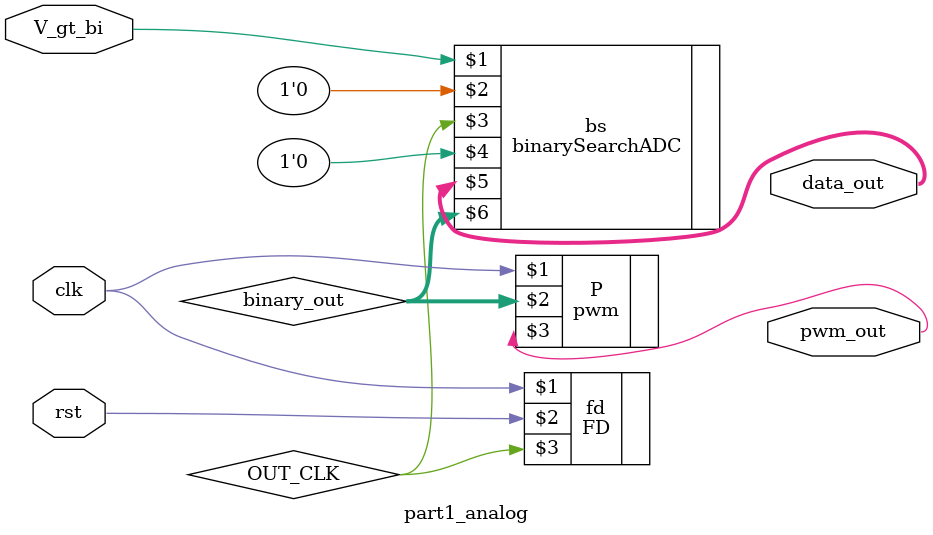
<source format=v>
module part1_analog(clk, rst, V_gt_bi, data_out, pwm_out);
  
  parameter SIZE = 8;
  input clk, rst;
  input V_gt_bi;
  output [SIZE-1:0] data_out;
  output pwm_out;
  //wire V_ls_bi, V_gt_bi, V_eq_bi, pwm_out;
  wire [SIZE-1:0] binary_out;
  wire OUT_CLK;
  //comparator #(1) cp(Vin, pwm_out, V_ls_bi, V_gt_bi, V_eq_bi); 
  FD fd(clk, rst, OUT_CLK);
  pwm #(8) P(clk, binary_out, pwm_out); 
  binarySearchADC bs(V_gt_bi, 1'b0, OUT_CLK, 1'b0, data_out, binary_out);
  
endmodule




</source>
